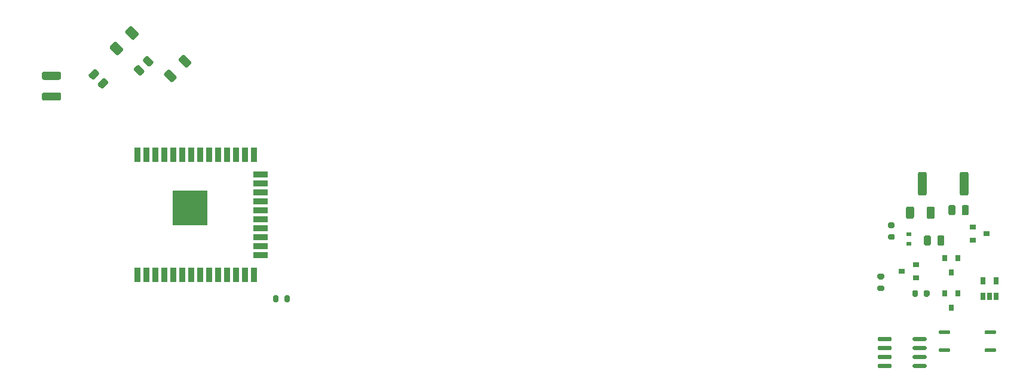
<source format=gbr>
%TF.GenerationSoftware,KiCad,Pcbnew,(5.1.10)-1*%
%TF.CreationDate,2021-07-22T01:03:41+03:00*%
%TF.ProjectId,Dimmer,44696d6d-6572-42e6-9b69-6361645f7063,rev?*%
%TF.SameCoordinates,Original*%
%TF.FileFunction,Paste,Bot*%
%TF.FilePolarity,Positive*%
%FSLAX46Y46*%
G04 Gerber Fmt 4.6, Leading zero omitted, Abs format (unit mm)*
G04 Created by KiCad (PCBNEW (5.1.10)-1) date 2021-07-22 01:03:41*
%MOMM*%
%LPD*%
G01*
G04 APERTURE LIST*
%ADD10R,0.650000X1.060000*%
%ADD11R,0.700000X0.600000*%
%ADD12R,0.900000X0.800000*%
%ADD13R,0.800000X0.900000*%
%ADD14R,0.900000X2.000000*%
%ADD15R,2.000000X0.900000*%
%ADD16R,5.000000X5.000000*%
G04 APERTURE END LIST*
%TO.C,R8*%
G36*
G01*
X213950000Y-113825000D02*
X213950000Y-113275000D01*
G75*
G02*
X214150000Y-113075000I200000J0D01*
G01*
X214550000Y-113075000D01*
G75*
G02*
X214750000Y-113275000I0J-200000D01*
G01*
X214750000Y-113825000D01*
G75*
G02*
X214550000Y-114025000I-200000J0D01*
G01*
X214150000Y-114025000D01*
G75*
G02*
X213950000Y-113825000I0J200000D01*
G01*
G37*
G36*
G01*
X215600000Y-113825000D02*
X215600000Y-113275000D01*
G75*
G02*
X215800000Y-113075000I200000J0D01*
G01*
X216200000Y-113075000D01*
G75*
G02*
X216400000Y-113275000I0J-200000D01*
G01*
X216400000Y-113825000D01*
G75*
G02*
X216200000Y-114025000I-200000J0D01*
G01*
X215800000Y-114025000D01*
G75*
G02*
X215600000Y-113825000I0J200000D01*
G01*
G37*
%TD*%
%TO.C,U3*%
G36*
G01*
X215975000Y-119860000D02*
X215975000Y-120160000D01*
G75*
G02*
X215825000Y-120310000I-150000J0D01*
G01*
X214175000Y-120310000D01*
G75*
G02*
X214025000Y-120160000I0J150000D01*
G01*
X214025000Y-119860000D01*
G75*
G02*
X214175000Y-119710000I150000J0D01*
G01*
X215825000Y-119710000D01*
G75*
G02*
X215975000Y-119860000I0J-150000D01*
G01*
G37*
G36*
G01*
X215975000Y-121130000D02*
X215975000Y-121430000D01*
G75*
G02*
X215825000Y-121580000I-150000J0D01*
G01*
X214175000Y-121580000D01*
G75*
G02*
X214025000Y-121430000I0J150000D01*
G01*
X214025000Y-121130000D01*
G75*
G02*
X214175000Y-120980000I150000J0D01*
G01*
X215825000Y-120980000D01*
G75*
G02*
X215975000Y-121130000I0J-150000D01*
G01*
G37*
G36*
G01*
X215975000Y-122400000D02*
X215975000Y-122700000D01*
G75*
G02*
X215825000Y-122850000I-150000J0D01*
G01*
X214175000Y-122850000D01*
G75*
G02*
X214025000Y-122700000I0J150000D01*
G01*
X214025000Y-122400000D01*
G75*
G02*
X214175000Y-122250000I150000J0D01*
G01*
X215825000Y-122250000D01*
G75*
G02*
X215975000Y-122400000I0J-150000D01*
G01*
G37*
G36*
G01*
X215975000Y-123670000D02*
X215975000Y-123970000D01*
G75*
G02*
X215825000Y-124120000I-150000J0D01*
G01*
X214175000Y-124120000D01*
G75*
G02*
X214025000Y-123970000I0J150000D01*
G01*
X214025000Y-123670000D01*
G75*
G02*
X214175000Y-123520000I150000J0D01*
G01*
X215825000Y-123520000D01*
G75*
G02*
X215975000Y-123670000I0J-150000D01*
G01*
G37*
G36*
G01*
X211025000Y-123670000D02*
X211025000Y-123970000D01*
G75*
G02*
X210875000Y-124120000I-150000J0D01*
G01*
X209225000Y-124120000D01*
G75*
G02*
X209075000Y-123970000I0J150000D01*
G01*
X209075000Y-123670000D01*
G75*
G02*
X209225000Y-123520000I150000J0D01*
G01*
X210875000Y-123520000D01*
G75*
G02*
X211025000Y-123670000I0J-150000D01*
G01*
G37*
G36*
G01*
X211025000Y-122400000D02*
X211025000Y-122700000D01*
G75*
G02*
X210875000Y-122850000I-150000J0D01*
G01*
X209225000Y-122850000D01*
G75*
G02*
X209075000Y-122700000I0J150000D01*
G01*
X209075000Y-122400000D01*
G75*
G02*
X209225000Y-122250000I150000J0D01*
G01*
X210875000Y-122250000D01*
G75*
G02*
X211025000Y-122400000I0J-150000D01*
G01*
G37*
G36*
G01*
X211025000Y-121130000D02*
X211025000Y-121430000D01*
G75*
G02*
X210875000Y-121580000I-150000J0D01*
G01*
X209225000Y-121580000D01*
G75*
G02*
X209075000Y-121430000I0J150000D01*
G01*
X209075000Y-121130000D01*
G75*
G02*
X209225000Y-120980000I150000J0D01*
G01*
X210875000Y-120980000D01*
G75*
G02*
X211025000Y-121130000I0J-150000D01*
G01*
G37*
G36*
G01*
X211025000Y-119860000D02*
X211025000Y-120160000D01*
G75*
G02*
X210875000Y-120310000I-150000J0D01*
G01*
X209225000Y-120310000D01*
G75*
G02*
X209075000Y-120160000I0J150000D01*
G01*
X209075000Y-119860000D01*
G75*
G02*
X209225000Y-119710000I150000J0D01*
G01*
X210875000Y-119710000D01*
G75*
G02*
X211025000Y-119860000I0J-150000D01*
G01*
G37*
%TD*%
D10*
%TO.C,D7*%
X225850000Y-113950000D03*
X224900000Y-113950000D03*
X223950000Y-113950000D03*
X223950000Y-111750000D03*
X225850000Y-111750000D03*
%TD*%
D11*
%TO.C,D4*%
X213500000Y-106550000D03*
X213500000Y-105150000D03*
%TD*%
%TO.C,U4*%
G36*
G01*
X225800000Y-118912500D02*
X225800000Y-119187500D01*
G75*
G02*
X225662500Y-119325000I-137500J0D01*
G01*
X224337500Y-119325000D01*
G75*
G02*
X224200000Y-119187500I0J137500D01*
G01*
X224200000Y-118912500D01*
G75*
G02*
X224337500Y-118775000I137500J0D01*
G01*
X225662500Y-118775000D01*
G75*
G02*
X225800000Y-118912500I0J-137500D01*
G01*
G37*
G36*
G01*
X225800000Y-121452500D02*
X225800000Y-121727500D01*
G75*
G02*
X225662500Y-121865000I-137500J0D01*
G01*
X224337500Y-121865000D01*
G75*
G02*
X224200000Y-121727500I0J137500D01*
G01*
X224200000Y-121452500D01*
G75*
G02*
X224337500Y-121315000I137500J0D01*
G01*
X225662500Y-121315000D01*
G75*
G02*
X225800000Y-121452500I0J-137500D01*
G01*
G37*
G36*
G01*
X219300000Y-121452500D02*
X219300000Y-121727500D01*
G75*
G02*
X219162500Y-121865000I-137500J0D01*
G01*
X217837500Y-121865000D01*
G75*
G02*
X217700000Y-121727500I0J137500D01*
G01*
X217700000Y-121452500D01*
G75*
G02*
X217837500Y-121315000I137500J0D01*
G01*
X219162500Y-121315000D01*
G75*
G02*
X219300000Y-121452500I0J-137500D01*
G01*
G37*
G36*
G01*
X219300000Y-118912500D02*
X219300000Y-119187500D01*
G75*
G02*
X219162500Y-119325000I-137500J0D01*
G01*
X217837500Y-119325000D01*
G75*
G02*
X217700000Y-119187500I0J137500D01*
G01*
X217700000Y-118912500D01*
G75*
G02*
X217837500Y-118775000I137500J0D01*
G01*
X219162500Y-118775000D01*
G75*
G02*
X219300000Y-118912500I0J-137500D01*
G01*
G37*
%TD*%
D12*
%TO.C,D1*%
X214500000Y-109450000D03*
X214500000Y-111350000D03*
X212500000Y-110400000D03*
%TD*%
%TO.C,C1*%
G36*
G01*
X220070000Y-101275000D02*
X220070000Y-102225000D01*
G75*
G02*
X219820000Y-102475000I-250000J0D01*
G01*
X219320000Y-102475000D01*
G75*
G02*
X219070000Y-102225000I0J250000D01*
G01*
X219070000Y-101275000D01*
G75*
G02*
X219320000Y-101025000I250000J0D01*
G01*
X219820000Y-101025000D01*
G75*
G02*
X220070000Y-101275000I0J-250000D01*
G01*
G37*
G36*
G01*
X221970000Y-101275000D02*
X221970000Y-102225000D01*
G75*
G02*
X221720000Y-102475000I-250000J0D01*
G01*
X221220000Y-102475000D01*
G75*
G02*
X220970000Y-102225000I0J250000D01*
G01*
X220970000Y-101275000D01*
G75*
G02*
X221220000Y-101025000I250000J0D01*
G01*
X221720000Y-101025000D01*
G75*
G02*
X221970000Y-101275000I0J-250000D01*
G01*
G37*
%TD*%
%TO.C,R7*%
G36*
G01*
X221925000Y-96575000D02*
X221925000Y-99425000D01*
G75*
G02*
X221675000Y-99675000I-250000J0D01*
G01*
X220950000Y-99675000D01*
G75*
G02*
X220700000Y-99425000I0J250000D01*
G01*
X220700000Y-96575000D01*
G75*
G02*
X220950000Y-96325000I250000J0D01*
G01*
X221675000Y-96325000D01*
G75*
G02*
X221925000Y-96575000I0J-250000D01*
G01*
G37*
G36*
G01*
X216000000Y-96575000D02*
X216000000Y-99425000D01*
G75*
G02*
X215750000Y-99675000I-250000J0D01*
G01*
X215025000Y-99675000D01*
G75*
G02*
X214775000Y-99425000I0J250000D01*
G01*
X214775000Y-96575000D01*
G75*
G02*
X215025000Y-96325000I250000J0D01*
G01*
X215750000Y-96325000D01*
G75*
G02*
X216000000Y-96575000I0J-250000D01*
G01*
G37*
%TD*%
%TO.C,R4*%
G36*
G01*
X211275000Y-105950000D02*
X210725000Y-105950000D01*
G75*
G02*
X210525000Y-105750000I0J200000D01*
G01*
X210525000Y-105350000D01*
G75*
G02*
X210725000Y-105150000I200000J0D01*
G01*
X211275000Y-105150000D01*
G75*
G02*
X211475000Y-105350000I0J-200000D01*
G01*
X211475000Y-105750000D01*
G75*
G02*
X211275000Y-105950000I-200000J0D01*
G01*
G37*
G36*
G01*
X211275000Y-104300000D02*
X210725000Y-104300000D01*
G75*
G02*
X210525000Y-104100000I0J200000D01*
G01*
X210525000Y-103700000D01*
G75*
G02*
X210725000Y-103500000I200000J0D01*
G01*
X211275000Y-103500000D01*
G75*
G02*
X211475000Y-103700000I0J-200000D01*
G01*
X211475000Y-104100000D01*
G75*
G02*
X211275000Y-104300000I-200000J0D01*
G01*
G37*
%TD*%
%TO.C,Q3*%
X222500000Y-106000000D03*
X222500000Y-104100000D03*
X224500000Y-105050000D03*
%TD*%
D13*
%TO.C,D2*%
X218550000Y-113550000D03*
X220450000Y-113550000D03*
X219500000Y-115550000D03*
%TD*%
%TO.C,R6*%
G36*
G01*
X209775000Y-113200000D02*
X209225000Y-113200000D01*
G75*
G02*
X209025000Y-113000000I0J200000D01*
G01*
X209025000Y-112600000D01*
G75*
G02*
X209225000Y-112400000I200000J0D01*
G01*
X209775000Y-112400000D01*
G75*
G02*
X209975000Y-112600000I0J-200000D01*
G01*
X209975000Y-113000000D01*
G75*
G02*
X209775000Y-113200000I-200000J0D01*
G01*
G37*
G36*
G01*
X209775000Y-111550000D02*
X209225000Y-111550000D01*
G75*
G02*
X209025000Y-111350000I0J200000D01*
G01*
X209025000Y-110950000D01*
G75*
G02*
X209225000Y-110750000I200000J0D01*
G01*
X209775000Y-110750000D01*
G75*
G02*
X209975000Y-110950000I0J-200000D01*
G01*
X209975000Y-111350000D01*
G75*
G02*
X209775000Y-111550000I-200000J0D01*
G01*
G37*
%TD*%
%TO.C,D3*%
X218550000Y-108550000D03*
X220450000Y-108550000D03*
X219500000Y-110550000D03*
%TD*%
%TO.C,C2*%
G36*
G01*
X215600000Y-106525000D02*
X215600000Y-105575000D01*
G75*
G02*
X215850000Y-105325000I250000J0D01*
G01*
X216350000Y-105325000D01*
G75*
G02*
X216600000Y-105575000I0J-250000D01*
G01*
X216600000Y-106525000D01*
G75*
G02*
X216350000Y-106775000I-250000J0D01*
G01*
X215850000Y-106775000D01*
G75*
G02*
X215600000Y-106525000I0J250000D01*
G01*
G37*
G36*
G01*
X217500000Y-106525000D02*
X217500000Y-105575000D01*
G75*
G02*
X217750000Y-105325000I250000J0D01*
G01*
X218250000Y-105325000D01*
G75*
G02*
X218500000Y-105575000I0J-250000D01*
G01*
X218500000Y-106525000D01*
G75*
G02*
X218250000Y-106775000I-250000J0D01*
G01*
X217750000Y-106775000D01*
G75*
G02*
X217500000Y-106525000I0J250000D01*
G01*
G37*
%TD*%
%TO.C,R10*%
G36*
G01*
X217125000Y-101474999D02*
X217125000Y-102725001D01*
G75*
G02*
X216875001Y-102975000I-249999J0D01*
G01*
X216249999Y-102975000D01*
G75*
G02*
X216000000Y-102725001I0J249999D01*
G01*
X216000000Y-101474999D01*
G75*
G02*
X216249999Y-101225000I249999J0D01*
G01*
X216875001Y-101225000D01*
G75*
G02*
X217125000Y-101474999I0J-249999D01*
G01*
G37*
G36*
G01*
X214200000Y-101474999D02*
X214200000Y-102725001D01*
G75*
G02*
X213950001Y-102975000I-249999J0D01*
G01*
X213324999Y-102975000D01*
G75*
G02*
X213075000Y-102725001I0J249999D01*
G01*
X213075000Y-101474999D01*
G75*
G02*
X213324999Y-101225000I249999J0D01*
G01*
X213950001Y-101225000D01*
G75*
G02*
X214200000Y-101474999I0J-249999D01*
G01*
G37*
%TD*%
%TO.C,R13*%
G36*
G01*
X105734663Y-79969409D02*
X106371061Y-80605807D01*
G75*
G02*
X106371061Y-80959359I-176776J-176776D01*
G01*
X105999829Y-81330591D01*
G75*
G02*
X105646277Y-81330591I-176776J176776D01*
G01*
X105009879Y-80694193D01*
G75*
G02*
X105009879Y-80340641I176776J176776D01*
G01*
X105381111Y-79969409D01*
G75*
G02*
X105734663Y-79969409I176776J-176776D01*
G01*
G37*
G36*
G01*
X104444193Y-81259879D02*
X105080591Y-81896277D01*
G75*
G02*
X105080591Y-82249829I-176776J-176776D01*
G01*
X104709359Y-82621061D01*
G75*
G02*
X104355807Y-82621061I-176776J176776D01*
G01*
X103719409Y-81984663D01*
G75*
G02*
X103719409Y-81631111I176776J176776D01*
G01*
X104090641Y-81259879D01*
G75*
G02*
X104444193Y-81259879I176776J-176776D01*
G01*
G37*
%TD*%
D14*
%TO.C,U2*%
X104130000Y-110900000D03*
X105400000Y-110900000D03*
X106670000Y-110900000D03*
X107940000Y-110900000D03*
X109210000Y-110900000D03*
X110480000Y-110900000D03*
X111750000Y-110900000D03*
X113020000Y-110900000D03*
X114290000Y-110900000D03*
X115560000Y-110900000D03*
X116830000Y-110900000D03*
X118100000Y-110900000D03*
X119370000Y-110900000D03*
X120640000Y-110900000D03*
D15*
X121640000Y-108115000D03*
X121640000Y-106845000D03*
X121640000Y-105575000D03*
X121640000Y-104305000D03*
X121640000Y-103035000D03*
X121640000Y-101765000D03*
X121640000Y-100495000D03*
X121640000Y-99225000D03*
X121640000Y-97955000D03*
X121640000Y-96685000D03*
D14*
X120640000Y-93900000D03*
X119370000Y-93900000D03*
X118100000Y-93900000D03*
X116830000Y-93900000D03*
X115560000Y-93900000D03*
X114290000Y-93900000D03*
X113020000Y-93900000D03*
X111750000Y-93900000D03*
X110480000Y-93900000D03*
X109210000Y-93900000D03*
X107940000Y-93900000D03*
X106670000Y-93900000D03*
X105400000Y-93900000D03*
X104130000Y-93900000D03*
D16*
X111630000Y-101400000D03*
%TD*%
%TO.C,TH2*%
G36*
G01*
X103382322Y-77551561D02*
X102498439Y-76667678D01*
G75*
G02*
X102498439Y-76314124I176777J176777D01*
G01*
X103064124Y-75748439D01*
G75*
G02*
X103417678Y-75748439I176777J-176777D01*
G01*
X104301561Y-76632322D01*
G75*
G02*
X104301561Y-76985876I-176777J-176777D01*
G01*
X103735876Y-77551561D01*
G75*
G02*
X103382322Y-77551561I-176777J176777D01*
G01*
G37*
G36*
G01*
X101190290Y-79743593D02*
X100306407Y-78859710D01*
G75*
G02*
X100306407Y-78506156I176777J176777D01*
G01*
X100872092Y-77940471D01*
G75*
G02*
X101225646Y-77940471I176777J-176777D01*
G01*
X102109529Y-78824354D01*
G75*
G02*
X102109529Y-79177908I-176777J-176777D01*
G01*
X101543844Y-79743593D01*
G75*
G02*
X101190290Y-79743593I-176777J176777D01*
G01*
G37*
%TD*%
%TO.C,R5*%
G36*
G01*
X124150000Y-114025000D02*
X124150000Y-114575000D01*
G75*
G02*
X123950000Y-114775000I-200000J0D01*
G01*
X123550000Y-114775000D01*
G75*
G02*
X123350000Y-114575000I0J200000D01*
G01*
X123350000Y-114025000D01*
G75*
G02*
X123550000Y-113825000I200000J0D01*
G01*
X123950000Y-113825000D01*
G75*
G02*
X124150000Y-114025000I0J-200000D01*
G01*
G37*
G36*
G01*
X125800000Y-114025000D02*
X125800000Y-114575000D01*
G75*
G02*
X125600000Y-114775000I-200000J0D01*
G01*
X125200000Y-114775000D01*
G75*
G02*
X125000000Y-114575000I0J200000D01*
G01*
X125000000Y-114025000D01*
G75*
G02*
X125200000Y-113825000I200000J0D01*
G01*
X125600000Y-113825000D01*
G75*
G02*
X125800000Y-114025000I0J-200000D01*
G01*
G37*
%TD*%
%TO.C,R1*%
G36*
G01*
X110940839Y-81489690D02*
X110056954Y-80605805D01*
G75*
G02*
X110056954Y-80252253I176776J176776D01*
G01*
X110498897Y-79810310D01*
G75*
G02*
X110852449Y-79810310I176776J-176776D01*
G01*
X111736334Y-80694195D01*
G75*
G02*
X111736334Y-81047747I-176776J-176776D01*
G01*
X111294391Y-81489690D01*
G75*
G02*
X110940839Y-81489690I-176776J176776D01*
G01*
G37*
G36*
G01*
X108872551Y-83557978D02*
X107988666Y-82674093D01*
G75*
G02*
X107988666Y-82320541I176776J176776D01*
G01*
X108430609Y-81878598D01*
G75*
G02*
X108784161Y-81878598I176776J-176776D01*
G01*
X109668046Y-82762483D01*
G75*
G02*
X109668046Y-83116035I-176776J-176776D01*
G01*
X109226103Y-83557978D01*
G75*
G02*
X108872551Y-83557978I-176776J176776D01*
G01*
G37*
%TD*%
%TO.C,C4*%
G36*
G01*
X90899999Y-85075000D02*
X93100001Y-85075000D01*
G75*
G02*
X93350000Y-85324999I0J-249999D01*
G01*
X93350000Y-85975001D01*
G75*
G02*
X93100001Y-86225000I-249999J0D01*
G01*
X90899999Y-86225000D01*
G75*
G02*
X90650000Y-85975001I0J249999D01*
G01*
X90650000Y-85324999D01*
G75*
G02*
X90899999Y-85075000I249999J0D01*
G01*
G37*
G36*
G01*
X90899999Y-82125000D02*
X93100001Y-82125000D01*
G75*
G02*
X93350000Y-82374999I0J-249999D01*
G01*
X93350000Y-83025001D01*
G75*
G02*
X93100001Y-83275000I-249999J0D01*
G01*
X90899999Y-83275000D01*
G75*
G02*
X90650000Y-83025001I0J249999D01*
G01*
X90650000Y-82374999D01*
G75*
G02*
X90899999Y-82125000I249999J0D01*
G01*
G37*
%TD*%
%TO.C,R2*%
G36*
G01*
X97324174Y-82460572D02*
X97960572Y-81824174D01*
G75*
G02*
X98314124Y-81824174I176776J-176776D01*
G01*
X98685356Y-82195406D01*
G75*
G02*
X98685356Y-82548958I-176776J-176776D01*
G01*
X98048958Y-83185356D01*
G75*
G02*
X97695406Y-83185356I-176776J176776D01*
G01*
X97324174Y-82814124D01*
G75*
G02*
X97324174Y-82460572I176776J176776D01*
G01*
G37*
G36*
G01*
X98614644Y-83751042D02*
X99251042Y-83114644D01*
G75*
G02*
X99604594Y-83114644I176776J-176776D01*
G01*
X99975826Y-83485876D01*
G75*
G02*
X99975826Y-83839428I-176776J-176776D01*
G01*
X99339428Y-84475826D01*
G75*
G02*
X98985876Y-84475826I-176776J176776D01*
G01*
X98614644Y-84104594D01*
G75*
G02*
X98614644Y-83751042I176776J176776D01*
G01*
G37*
%TD*%
M02*

</source>
